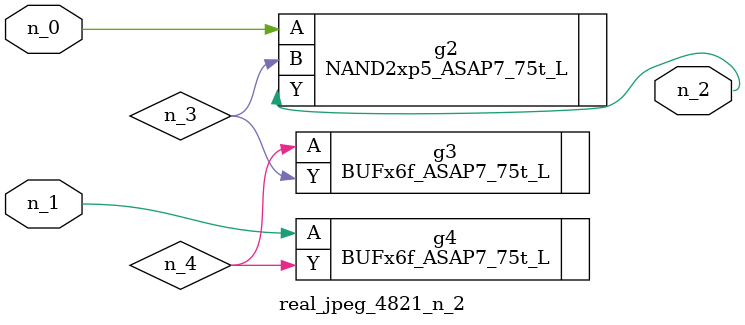
<source format=v>
module real_jpeg_4821_n_2 (n_1, n_0, n_2);

input n_1;
input n_0;

output n_2;

wire n_4;
wire n_3;

NAND2xp5_ASAP7_75t_L g2 ( 
.A(n_0),
.B(n_3),
.Y(n_2)
);

BUFx6f_ASAP7_75t_L g4 ( 
.A(n_1),
.Y(n_4)
);

BUFx6f_ASAP7_75t_L g3 ( 
.A(n_4),
.Y(n_3)
);


endmodule
</source>
